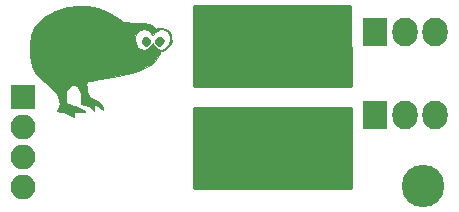
<source format=gbs>
G04 #@! TF.GenerationSoftware,KiCad,Pcbnew,(5.0.1-dev-70-gb7b125d83)*
G04 #@! TF.CreationDate,2018-10-12T22:01:22+02:00*
G04 #@! TF.ProjectId,pwm-fan-control,70776D2D66616E2D636F6E74726F6C2E,rev?*
G04 #@! TF.SameCoordinates,Original*
G04 #@! TF.FileFunction,Soldermask,Bot*
G04 #@! TF.FilePolarity,Negative*
%FSLAX46Y46*%
G04 Gerber Fmt 4.6, Leading zero omitted, Abs format (unit mm)*
G04 Created by KiCad (PCBNEW (5.0.1-dev-70-gb7b125d83)) date 10/12/18 22:01:22*
%MOMM*%
%LPD*%
G01*
G04 APERTURE LIST*
%ADD10C,0.010000*%
%ADD11O,2.130000X2.430000*%
%ADD12R,2.130000X2.430000*%
%ADD13R,2.100000X2.100000*%
%ADD14O,2.100000X2.100000*%
%ADD15C,3.600000*%
%ADD16C,0.254000*%
G04 APERTURE END LIST*
D10*
G04 #@! TO.C,G\002A\002A\002A*
G36*
X219943852Y-47435709D02*
X219792325Y-47585617D01*
X219754409Y-47686409D01*
X219759965Y-47924006D01*
X219880403Y-48083970D01*
X220069581Y-48141067D01*
X220281360Y-48070063D01*
X220350286Y-48012285D01*
X220462314Y-47868433D01*
X220455969Y-47735259D01*
X220329911Y-47551290D01*
X220140351Y-47420204D01*
X219943852Y-47435709D01*
X219943852Y-47435709D01*
G37*
X219943852Y-47435709D02*
X219792325Y-47585617D01*
X219754409Y-47686409D01*
X219759965Y-47924006D01*
X219880403Y-48083970D01*
X220069581Y-48141067D01*
X220281360Y-48070063D01*
X220350286Y-48012285D01*
X220462314Y-47868433D01*
X220455969Y-47735259D01*
X220329911Y-47551290D01*
X220140351Y-47420204D01*
X219943852Y-47435709D01*
G36*
X221068523Y-47446842D02*
X220917994Y-47590593D01*
X220827302Y-47744418D01*
X220822000Y-47779044D01*
X220885490Y-47906230D01*
X221028999Y-48047052D01*
X221182091Y-48137457D01*
X221224786Y-48145333D01*
X221354510Y-48090710D01*
X221450953Y-48012285D01*
X221558906Y-47856386D01*
X221584000Y-47764333D01*
X221518279Y-47600494D01*
X221369133Y-47449034D01*
X221210075Y-47383333D01*
X221068523Y-47446842D01*
X221068523Y-47446842D01*
G37*
X221068523Y-47446842D02*
X220917994Y-47590593D01*
X220827302Y-47744418D01*
X220822000Y-47779044D01*
X220885490Y-47906230D01*
X221028999Y-48047052D01*
X221182091Y-48137457D01*
X221224786Y-48145333D01*
X221354510Y-48090710D01*
X221450953Y-48012285D01*
X221558906Y-47856386D01*
X221584000Y-47764333D01*
X221518279Y-47600494D01*
X221369133Y-47449034D01*
X221210075Y-47383333D01*
X221068523Y-47446842D01*
G36*
X213362081Y-44912640D02*
X212416183Y-45225473D01*
X212132103Y-45350277D01*
X211488274Y-45713902D01*
X210986729Y-46147037D01*
X210608545Y-46667376D01*
X210500895Y-46875333D01*
X210407421Y-47087867D01*
X210344816Y-47283714D01*
X210307001Y-47505008D01*
X210287894Y-47793888D01*
X210281417Y-48192488D01*
X210281000Y-48399333D01*
X210293245Y-48990491D01*
X210340667Y-49475422D01*
X210439295Y-49885255D01*
X210605156Y-50251121D01*
X210854281Y-50604150D01*
X211202699Y-50975471D01*
X211666437Y-51396215D01*
X211947282Y-51635456D01*
X212225640Y-51901906D01*
X212466008Y-52188996D01*
X212600630Y-52403020D01*
X212726806Y-52751007D01*
X212773085Y-53080932D01*
X212737282Y-53346732D01*
X212651667Y-53479333D01*
X212535386Y-53617107D01*
X212579727Y-53702538D01*
X212783759Y-53734024D01*
X212799833Y-53734160D01*
X213032875Y-53770896D01*
X213332378Y-53864176D01*
X213519500Y-53941932D01*
X213964000Y-54148876D01*
X213964000Y-53929447D01*
X213972154Y-53805307D01*
X214024077Y-53746079D01*
X214160963Y-53737194D01*
X214424002Y-53764083D01*
X214429667Y-53764749D01*
X214735494Y-53782497D01*
X214888396Y-53750446D01*
X214894759Y-53676196D01*
X214760964Y-53567347D01*
X214493398Y-53431499D01*
X214098443Y-53276252D01*
X213986669Y-53237379D01*
X213329000Y-53013666D01*
X213303731Y-52482089D01*
X213296429Y-52181290D01*
X213322045Y-51988641D01*
X213398374Y-51843637D01*
X213535753Y-51693221D01*
X213803068Y-51502804D01*
X214050460Y-51470999D01*
X214265812Y-51587266D01*
X214437008Y-51841062D01*
X214551929Y-52221848D01*
X214595395Y-52615035D01*
X214616800Y-53098333D01*
X214941802Y-53151171D01*
X215287841Y-53285425D01*
X215461648Y-53447504D01*
X215656492Y-53691000D01*
X215656913Y-53410127D01*
X215670114Y-53222971D01*
X215731632Y-53164741D01*
X215847833Y-53187025D01*
X216052793Y-53287971D01*
X216228833Y-53419156D01*
X216419333Y-53593517D01*
X216419333Y-53415921D01*
X216342981Y-53166871D01*
X216141163Y-52925469D01*
X215854735Y-52731145D01*
X215617577Y-52642147D01*
X215435863Y-52593428D01*
X215314624Y-52534764D01*
X215234353Y-52432372D01*
X215175540Y-52252469D01*
X215118676Y-51961271D01*
X215074406Y-51701541D01*
X215037918Y-51386404D01*
X215057293Y-51211178D01*
X215078699Y-51184660D01*
X215184890Y-51154500D01*
X215430513Y-51101391D01*
X215788060Y-51030762D01*
X216230024Y-50948042D01*
X216728898Y-50858660D01*
X216743117Y-50856167D01*
X217685837Y-50681097D01*
X218477053Y-50511267D01*
X219134263Y-50341284D01*
X219674961Y-50165755D01*
X220116645Y-49979289D01*
X220476810Y-49776494D01*
X220652667Y-49651269D01*
X220848961Y-49455169D01*
X221037785Y-49196924D01*
X221182019Y-48935106D01*
X221244540Y-48728285D01*
X221244900Y-48716833D01*
X221306784Y-48598638D01*
X221465467Y-48568666D01*
X221696367Y-48495691D01*
X221963063Y-48290870D01*
X221984037Y-48270230D01*
X222159949Y-48079764D01*
X222241494Y-47921632D01*
X222254413Y-47730024D01*
X222147187Y-47730024D01*
X222046292Y-48033192D01*
X221860837Y-48272767D01*
X221619574Y-48426685D01*
X221351252Y-48472883D01*
X221084623Y-48389295D01*
X220957659Y-48288689D01*
X220802999Y-48114080D01*
X220707508Y-47971189D01*
X220652415Y-47891335D01*
X220597826Y-47971189D01*
X220420052Y-48221103D01*
X220168274Y-48407797D01*
X219906995Y-48483919D01*
X219899237Y-48484000D01*
X219593607Y-48412585D01*
X219361692Y-48223742D01*
X219210248Y-47955575D01*
X219146026Y-47646186D01*
X219175780Y-47333679D01*
X219306263Y-47056155D01*
X219544229Y-46851719D01*
X219604869Y-46823141D01*
X219926120Y-46757522D01*
X220215173Y-46850749D01*
X220483704Y-47101843D01*
X220625884Y-47244384D01*
X220707015Y-47248853D01*
X220713167Y-47236299D01*
X220887970Y-46969682D01*
X221159691Y-46782756D01*
X221293423Y-46741087D01*
X221563700Y-46766958D01*
X221828915Y-46917878D01*
X222039138Y-47155613D01*
X222134772Y-47385328D01*
X222147187Y-47730024D01*
X222254413Y-47730024D01*
X222255088Y-47720027D01*
X222240448Y-47534425D01*
X222189910Y-47232176D01*
X222086931Y-47022132D01*
X221932209Y-46859195D01*
X221702173Y-46712143D01*
X221441512Y-46628325D01*
X221204943Y-46617069D01*
X221047185Y-46687708D01*
X221033677Y-46705982D01*
X220943683Y-46707174D01*
X220768465Y-46611292D01*
X220639159Y-46515482D01*
X220492416Y-46401958D01*
X220360832Y-46323600D01*
X220208119Y-46272300D01*
X219997985Y-46239947D01*
X219694140Y-46218432D01*
X219260294Y-46199645D01*
X219218435Y-46198000D01*
X218139913Y-46155666D01*
X217681790Y-45805289D01*
X216892518Y-45300826D01*
X216059902Y-44958836D01*
X215189951Y-44779814D01*
X214288674Y-44764251D01*
X213362081Y-44912640D01*
X213362081Y-44912640D01*
G37*
X213362081Y-44912640D02*
X212416183Y-45225473D01*
X212132103Y-45350277D01*
X211488274Y-45713902D01*
X210986729Y-46147037D01*
X210608545Y-46667376D01*
X210500895Y-46875333D01*
X210407421Y-47087867D01*
X210344816Y-47283714D01*
X210307001Y-47505008D01*
X210287894Y-47793888D01*
X210281417Y-48192488D01*
X210281000Y-48399333D01*
X210293245Y-48990491D01*
X210340667Y-49475422D01*
X210439295Y-49885255D01*
X210605156Y-50251121D01*
X210854281Y-50604150D01*
X211202699Y-50975471D01*
X211666437Y-51396215D01*
X211947282Y-51635456D01*
X212225640Y-51901906D01*
X212466008Y-52188996D01*
X212600630Y-52403020D01*
X212726806Y-52751007D01*
X212773085Y-53080932D01*
X212737282Y-53346732D01*
X212651667Y-53479333D01*
X212535386Y-53617107D01*
X212579727Y-53702538D01*
X212783759Y-53734024D01*
X212799833Y-53734160D01*
X213032875Y-53770896D01*
X213332378Y-53864176D01*
X213519500Y-53941932D01*
X213964000Y-54148876D01*
X213964000Y-53929447D01*
X213972154Y-53805307D01*
X214024077Y-53746079D01*
X214160963Y-53737194D01*
X214424002Y-53764083D01*
X214429667Y-53764749D01*
X214735494Y-53782497D01*
X214888396Y-53750446D01*
X214894759Y-53676196D01*
X214760964Y-53567347D01*
X214493398Y-53431499D01*
X214098443Y-53276252D01*
X213986669Y-53237379D01*
X213329000Y-53013666D01*
X213303731Y-52482089D01*
X213296429Y-52181290D01*
X213322045Y-51988641D01*
X213398374Y-51843637D01*
X213535753Y-51693221D01*
X213803068Y-51502804D01*
X214050460Y-51470999D01*
X214265812Y-51587266D01*
X214437008Y-51841062D01*
X214551929Y-52221848D01*
X214595395Y-52615035D01*
X214616800Y-53098333D01*
X214941802Y-53151171D01*
X215287841Y-53285425D01*
X215461648Y-53447504D01*
X215656492Y-53691000D01*
X215656913Y-53410127D01*
X215670114Y-53222971D01*
X215731632Y-53164741D01*
X215847833Y-53187025D01*
X216052793Y-53287971D01*
X216228833Y-53419156D01*
X216419333Y-53593517D01*
X216419333Y-53415921D01*
X216342981Y-53166871D01*
X216141163Y-52925469D01*
X215854735Y-52731145D01*
X215617577Y-52642147D01*
X215435863Y-52593428D01*
X215314624Y-52534764D01*
X215234353Y-52432372D01*
X215175540Y-52252469D01*
X215118676Y-51961271D01*
X215074406Y-51701541D01*
X215037918Y-51386404D01*
X215057293Y-51211178D01*
X215078699Y-51184660D01*
X215184890Y-51154500D01*
X215430513Y-51101391D01*
X215788060Y-51030762D01*
X216230024Y-50948042D01*
X216728898Y-50858660D01*
X216743117Y-50856167D01*
X217685837Y-50681097D01*
X218477053Y-50511267D01*
X219134263Y-50341284D01*
X219674961Y-50165755D01*
X220116645Y-49979289D01*
X220476810Y-49776494D01*
X220652667Y-49651269D01*
X220848961Y-49455169D01*
X221037785Y-49196924D01*
X221182019Y-48935106D01*
X221244540Y-48728285D01*
X221244900Y-48716833D01*
X221306784Y-48598638D01*
X221465467Y-48568666D01*
X221696367Y-48495691D01*
X221963063Y-48290870D01*
X221984037Y-48270230D01*
X222159949Y-48079764D01*
X222241494Y-47921632D01*
X222254413Y-47730024D01*
X222147187Y-47730024D01*
X222046292Y-48033192D01*
X221860837Y-48272767D01*
X221619574Y-48426685D01*
X221351252Y-48472883D01*
X221084623Y-48389295D01*
X220957659Y-48288689D01*
X220802999Y-48114080D01*
X220707508Y-47971189D01*
X220652415Y-47891335D01*
X220597826Y-47971189D01*
X220420052Y-48221103D01*
X220168274Y-48407797D01*
X219906995Y-48483919D01*
X219899237Y-48484000D01*
X219593607Y-48412585D01*
X219361692Y-48223742D01*
X219210248Y-47955575D01*
X219146026Y-47646186D01*
X219175780Y-47333679D01*
X219306263Y-47056155D01*
X219544229Y-46851719D01*
X219604869Y-46823141D01*
X219926120Y-46757522D01*
X220215173Y-46850749D01*
X220483704Y-47101843D01*
X220625884Y-47244384D01*
X220707015Y-47248853D01*
X220713167Y-47236299D01*
X220887970Y-46969682D01*
X221159691Y-46782756D01*
X221293423Y-46741087D01*
X221563700Y-46766958D01*
X221828915Y-46917878D01*
X222039138Y-47155613D01*
X222134772Y-47385328D01*
X222147187Y-47730024D01*
X222254413Y-47730024D01*
X222255088Y-47720027D01*
X222240448Y-47534425D01*
X222189910Y-47232176D01*
X222086931Y-47022132D01*
X221932209Y-46859195D01*
X221702173Y-46712143D01*
X221441512Y-46628325D01*
X221204943Y-46617069D01*
X221047185Y-46687708D01*
X221033677Y-46705982D01*
X220943683Y-46707174D01*
X220768465Y-46611292D01*
X220639159Y-46515482D01*
X220492416Y-46401958D01*
X220360832Y-46323600D01*
X220208119Y-46272300D01*
X219997985Y-46239947D01*
X219694140Y-46218432D01*
X219260294Y-46199645D01*
X219218435Y-46198000D01*
X218139913Y-46155666D01*
X217681790Y-45805289D01*
X216892518Y-45300826D01*
X216059902Y-44958836D01*
X215189951Y-44779814D01*
X214288674Y-44764251D01*
X213362081Y-44912640D01*
G04 #@! TD*
D11*
G04 #@! TO.C,J1*
X244580000Y-54000000D03*
X242040000Y-54000000D03*
D12*
X239500000Y-54000000D03*
G04 #@! TD*
D13*
G04 #@! TO.C,J2*
X209700000Y-52500000D03*
D14*
X209700000Y-55040000D03*
X209700000Y-57580000D03*
X209700000Y-60120000D03*
G04 #@! TD*
D12*
G04 #@! TO.C,J3*
X239500000Y-47000000D03*
D11*
X242040000Y-47000000D03*
X244580000Y-47000000D03*
G04 #@! TD*
D15*
G04 #@! TO.C,REF\002A\002A*
X243500000Y-60000000D03*
G04 #@! TD*
D16*
G36*
X237422089Y-51573000D02*
X224127000Y-51573000D01*
X224127000Y-44827000D01*
X237373904Y-44827000D01*
X237422089Y-51573000D01*
X237422089Y-51573000D01*
G37*
X237422089Y-51573000D02*
X224127000Y-51573000D01*
X224127000Y-44827000D01*
X237373904Y-44827000D01*
X237422089Y-51573000D01*
G36*
X237472089Y-60173000D02*
X224177000Y-60173000D01*
X224177000Y-53427000D01*
X237423904Y-53427000D01*
X237472089Y-60173000D01*
X237472089Y-60173000D01*
G37*
X237472089Y-60173000D02*
X224177000Y-60173000D01*
X224177000Y-53427000D01*
X237423904Y-53427000D01*
X237472089Y-60173000D01*
M02*

</source>
